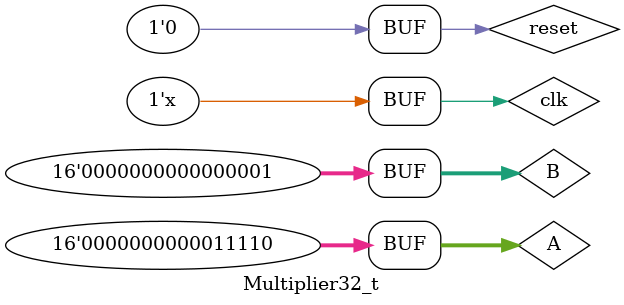
<source format=v>
`timescale 1ns / 1ps
module Multiplier32_t;
    reg clk; 
    reg reset;
    reg [15:0]A;
    reg [15:0]B;
    wire [31:0]outProduct;

    Multiplier32  UUT(
        .clk(clk),
        .reset(reset),
        .A(A),
        .B(B),
        .outProduct(outProduct)
    );

    always #1 clk = ~clk;
    initial begin
    clk = 1;
    reset = 1;
    # 2;
    reset = 0;
    A = 16'd1000;
    B = 16'd5;
    # 10;
    A = 16'd250;
    B = 16'd300;
    # 10;
    A = 16'd765;
    B = 16'd8;
    # 10;
    A = 16'd30;
    B = 16'd1;
    # 10;
    end
endmodule

</source>
